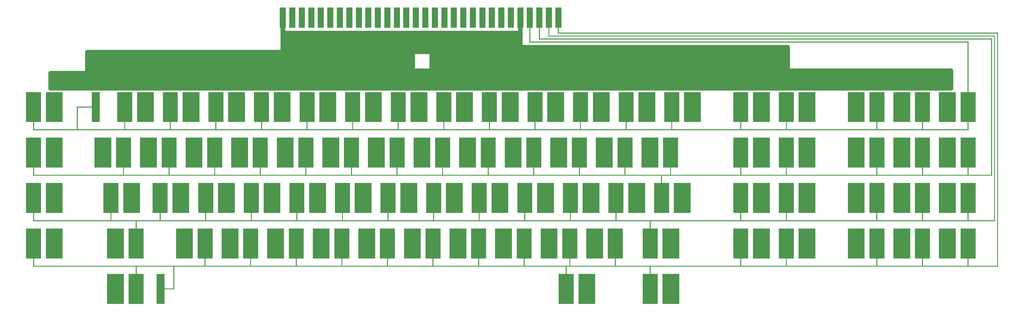
<source format=gbr>
G04 DipTrace 3.1.0.1*
G04 Top.gbr*
%MOMM*%
G04 #@! TF.FileFunction,Copper,L1,Top*
G04 #@! TF.Part,Single*
G04 #@! TA.AperFunction,ComponentPad*
%ADD14R,2.6X8.5*%
%ADD15C,1.4*%
%FSLAX35Y35*%
G04*
G71*
G90*
G75*
G01*
G04 Top*
%LPD*%
D14*
X15216000Y14800000D3*
X12840000D3*
X16404000D3*
X16800000D3*
X13236000D3*
X17196000D3*
X19572000D3*
X16008000D3*
X14028000D3*
X15612000D3*
X13632000D3*
X20364000D3*
X14424000D3*
X19968000D3*
X17592000D3*
X17988000D3*
X14820000D3*
X19176000D3*
X21552000D3*
X22740000D3*
X18780000D3*
X18384000D3*
X21948000D3*
X21156000D3*
X20760000D3*
X23136000D3*
X23532000D3*
X22344000D3*
X24324000D3*
X23928000D3*
X15216000D3*
X12840000D3*
X16800000D3*
X16404000D3*
X13236000D3*
X17196000D3*
X19572000D3*
X16008000D3*
X14028000D3*
X15612000D3*
X13632000D3*
X17988000D3*
X19968000D3*
X20364000D3*
X17592000D3*
X14424000D3*
X19176000D3*
X14820000D3*
X22740000D3*
X21552000D3*
X18384000D3*
X21948000D3*
X18780000D3*
X20760000D3*
X23136000D3*
X23532000D3*
X21156000D3*
X22344000D3*
X23928000D3*
X24324000D3*
D15*
X12840000Y14525000D3*
X13236000D3*
X13632000D3*
X14028000D3*
X14424000D3*
X14820000D3*
X15216000D3*
X15612000D3*
X16008000D3*
X16404000D3*
X16800000D3*
X17196000D3*
X17592000D3*
X17988000D3*
X18384000D3*
X18780000D3*
X19176000D3*
X19572000D3*
X19968000D3*
X20364000D3*
X20760000D3*
X21156000D3*
X21552000D3*
X21948000D3*
X22344000D3*
X22740000D3*
X23136000D3*
X23532000D3*
X23928000D3*
X24324000D3*
G36*
X4292000Y11042500D2*
X4881500D1*
Y10437500D1*
X5206500D1*
Y11687500D1*
X4881500D1*
Y11082500D1*
X4252000D1*
Y10132500D1*
X2470000D1*
Y10437500D1*
X2762500D1*
Y11687500D1*
X2137500D1*
Y10437500D1*
X2430000D1*
Y10092500D1*
X41420000D1*
Y10437500D1*
X41712500D1*
Y11687500D1*
X41420000D1*
Y13800000D1*
X23156000D1*
Y14375000D1*
X23116000D1*
Y13760000D1*
X41380000D1*
Y11687500D1*
X41087500D1*
Y10437500D1*
X41380000D1*
Y10132500D1*
X39520000D1*
Y10437500D1*
X39812500D1*
Y11687500D1*
X39187500D1*
Y10437500D1*
X39480000D1*
Y10132500D1*
X37620000D1*
Y10437500D1*
X37912500D1*
Y11687500D1*
X37287500D1*
Y10437500D1*
X37580000D1*
Y10132500D1*
X33845000D1*
Y10437500D1*
X34137500D1*
Y11687500D1*
X33512500D1*
Y10437500D1*
X33805000D1*
Y10132500D1*
X31945000D1*
Y10437500D1*
X32237500D1*
Y11687500D1*
X31612500D1*
Y10437500D1*
X31905000D1*
Y10132500D1*
X29070000D1*
Y10437500D1*
X29362500D1*
Y11687500D1*
X28737500D1*
Y10437500D1*
X29030000D1*
Y10132500D1*
X27170000D1*
Y10437500D1*
X27462500D1*
Y11687500D1*
X26837500D1*
Y10437500D1*
X27130000D1*
Y10132500D1*
X25270000D1*
Y10437500D1*
X25562500D1*
Y11687500D1*
X24937500D1*
Y10437500D1*
X25230000D1*
Y10132500D1*
X23370000D1*
Y10437500D1*
X23662500D1*
Y11687500D1*
X23037500D1*
Y10437500D1*
X23330000D1*
Y10132500D1*
X21470000D1*
Y10437500D1*
X21762500D1*
Y11687500D1*
X21137500D1*
Y10437500D1*
X21430000D1*
Y10132500D1*
X19570000D1*
Y10437500D1*
X19862500D1*
Y11687500D1*
X19237500D1*
Y10437500D1*
X19530000D1*
Y10132500D1*
X17670000D1*
Y10437500D1*
X17962500D1*
Y11687500D1*
X17337500D1*
Y10437500D1*
X17630000D1*
Y10132500D1*
X15770000D1*
Y10437500D1*
X16062500D1*
Y11687500D1*
X15437500D1*
Y10437500D1*
X15730000D1*
Y10132500D1*
X13870000D1*
Y10437500D1*
X14162500D1*
Y11687500D1*
X13537500D1*
Y10437500D1*
X13830000D1*
Y10132500D1*
X11970000D1*
Y10437500D1*
X12262500D1*
Y11687500D1*
X11637500D1*
Y10437500D1*
X11930000D1*
Y10132500D1*
X10070000D1*
Y10437500D1*
X10362500D1*
Y11687500D1*
X9737500D1*
Y10437500D1*
X10030000D1*
Y10132500D1*
X8170000D1*
Y10437500D1*
X8462500D1*
Y11687500D1*
X7837500D1*
Y10437500D1*
X8130000D1*
Y10132500D1*
X6270000D1*
Y10437500D1*
X6562500D1*
Y11687500D1*
X5937500D1*
Y10437500D1*
X6230000D1*
Y10132500D1*
X4292000D1*
Y11042500D1*
G37*
G36*
X7037500Y4087500D2*
X6745000D1*
Y4392500D1*
X8274250D1*
Y3482500D1*
X7907500D1*
Y4087500D1*
X7582500D1*
Y2837500D1*
X7907500D1*
Y3442500D1*
X8314250D1*
Y4392500D1*
X24630000D1*
Y4087500D1*
X24337500D1*
Y2837500D1*
X24962500D1*
Y4087500D1*
X24670000D1*
Y4392500D1*
X28130000D1*
Y4087500D1*
X27837500D1*
Y2837500D1*
X28462500D1*
Y4087500D1*
X28170000D1*
Y4392500D1*
X42650000D1*
Y14175000D1*
X24344000D1*
Y14375000D1*
X24304000D1*
Y14135000D1*
X42610000D1*
Y4432500D1*
X41420000D1*
Y4737500D1*
X41712500D1*
Y5987500D1*
X41087500D1*
Y4737500D1*
X41380000D1*
Y4432500D1*
X39520000D1*
Y4737500D1*
X39812500D1*
Y5987500D1*
X39187500D1*
Y4737500D1*
X39480000D1*
Y4432500D1*
X37620000D1*
Y4737500D1*
X37912500D1*
Y5987500D1*
X37287500D1*
Y4737500D1*
X37580000D1*
Y4432500D1*
X33845000D1*
Y4737500D1*
X34137500D1*
Y5987500D1*
X33512500D1*
Y4737500D1*
X33805000D1*
Y4432500D1*
X31945000D1*
Y4737500D1*
X32237500D1*
Y5987500D1*
X31612500D1*
Y4737500D1*
X31905000D1*
Y4432500D1*
X26720000D1*
Y4737500D1*
X27012500D1*
Y5987500D1*
X26387500D1*
Y4737500D1*
X26680000D1*
Y4432500D1*
X24820000D1*
Y4737500D1*
X25112500D1*
Y5987500D1*
X24487500D1*
Y4737500D1*
X24780000D1*
Y4432500D1*
X22920000D1*
Y4737500D1*
X23212500D1*
Y5987500D1*
X22587500D1*
Y4737500D1*
X22880000D1*
Y4432500D1*
X21020000D1*
Y4737500D1*
X21312500D1*
Y5987500D1*
X20687500D1*
Y4737500D1*
X20980000D1*
Y4432500D1*
X19120000D1*
Y4737500D1*
X19412500D1*
Y5987500D1*
X18787500D1*
Y4737500D1*
X19080000D1*
Y4432500D1*
X17220000D1*
Y4737500D1*
X17512500D1*
Y5987500D1*
X16887500D1*
Y4737500D1*
X17180000D1*
Y4432500D1*
X15320000D1*
Y4737500D1*
X15612500D1*
Y5987500D1*
X14987500D1*
Y4737500D1*
X15280000D1*
Y4432500D1*
X13420000D1*
Y4737500D1*
X13712500D1*
Y5987500D1*
X13087500D1*
Y4737500D1*
X13380000D1*
Y4432500D1*
X11520000D1*
Y4737500D1*
X11812500D1*
Y5987500D1*
X11187500D1*
Y4737500D1*
X11480000D1*
Y4432500D1*
X9620000D1*
Y4737500D1*
X9912500D1*
Y5987500D1*
X9287500D1*
Y4737500D1*
X9580000D1*
Y4432500D1*
X2470000D1*
Y4737500D1*
X2762500D1*
Y5987500D1*
X2137500D1*
Y4737500D1*
X2430000D1*
Y4392500D1*
X6705000D1*
Y4087500D1*
X6412500D1*
Y2837500D1*
X7037500D1*
Y4087500D1*
G37*
G36*
X42525000Y6292500D2*
Y13850000D1*
Y14050000D1*
X23948000D1*
Y14375000D1*
X23908000D1*
Y14010000D1*
X42485000D1*
Y6332500D1*
X41420000D1*
Y6637500D1*
X41712500D1*
Y7887500D1*
X41087500D1*
Y6637500D1*
X41380000D1*
Y6332500D1*
X39520000D1*
Y6637500D1*
X39812500D1*
Y7887500D1*
X39187500D1*
Y6637500D1*
X39480000D1*
Y6332500D1*
X37620000D1*
Y6637500D1*
X37912500D1*
Y7887500D1*
X37287500D1*
Y6637500D1*
X37580000D1*
Y6332500D1*
X33845000D1*
Y6637500D1*
X34137500D1*
Y7887500D1*
X33512500D1*
Y6637500D1*
X33805000D1*
Y6332500D1*
X31945000D1*
Y6637500D1*
X32237500D1*
Y7887500D1*
X31612500D1*
Y6637500D1*
X31905000D1*
Y6332500D1*
X26745000D1*
Y6637500D1*
X27037500D1*
Y7887500D1*
X26412500D1*
Y6637500D1*
X26705000D1*
Y6332500D1*
X24845000D1*
Y6637500D1*
X25137500D1*
Y7887500D1*
X24512500D1*
Y6637500D1*
X24805000D1*
Y6332500D1*
X22945000D1*
Y6637500D1*
X23237500D1*
Y7887500D1*
X22612500D1*
Y6637500D1*
X22905000D1*
Y6332500D1*
X21045000D1*
Y6637500D1*
X21337500D1*
Y7887500D1*
X20712500D1*
Y6637500D1*
X21005000D1*
Y6332500D1*
X19145000D1*
Y6637500D1*
X19437500D1*
Y7887500D1*
X18812500D1*
Y6637500D1*
X19105000D1*
Y6332500D1*
X17245000D1*
Y6637500D1*
X17537500D1*
Y7887500D1*
X16912500D1*
Y6637500D1*
X17205000D1*
Y6332500D1*
X15345000D1*
Y6637500D1*
X15637500D1*
Y7887500D1*
X15012500D1*
Y6637500D1*
X15305000D1*
Y6332500D1*
X13445000D1*
Y6637500D1*
X13737500D1*
Y7887500D1*
X13112500D1*
Y6637500D1*
X13405000D1*
Y6332500D1*
X11545000D1*
Y6637500D1*
X11837500D1*
Y7887500D1*
X11212500D1*
Y6637500D1*
X11505000D1*
Y6332500D1*
X9645000D1*
Y6637500D1*
X9937500D1*
Y7887500D1*
X9312500D1*
Y6637500D1*
X9605000D1*
Y6332500D1*
X7745000D1*
Y6637500D1*
X8037500D1*
Y7887500D1*
X7412500D1*
Y6637500D1*
X7705000D1*
Y6332500D1*
X5695000D1*
Y6637500D1*
X5987500D1*
Y7887500D1*
X5362500D1*
Y6637500D1*
X5655000D1*
Y6332500D1*
X2470000D1*
Y6637500D1*
X2762500D1*
Y7887500D1*
X2137500D1*
Y6637500D1*
X2430000D1*
Y6292500D1*
X6705000D1*
Y5987500D1*
X6412500D1*
Y4737500D1*
X7037500D1*
Y5987500D1*
X6745000D1*
Y6292500D1*
X28130000D1*
Y5987500D1*
X27837500D1*
Y4737500D1*
X28462500D1*
Y5987500D1*
X28170000D1*
Y6292500D1*
X42525000D1*
G37*
G36*
X42400000Y8192500D2*
Y13725000D1*
Y13925000D1*
X23552000D1*
Y14375000D1*
X23512000D1*
Y13885000D1*
X42360000D1*
Y8232500D1*
X41420000D1*
Y8537500D1*
X41712500D1*
Y9787500D1*
X41087500D1*
Y8537500D1*
X41380000D1*
Y8232500D1*
X39520000D1*
Y8537500D1*
X39812500D1*
Y9787500D1*
X39187500D1*
Y8537500D1*
X39480000D1*
Y8232500D1*
X37620000D1*
Y8537500D1*
X37912500D1*
Y9787500D1*
X37287500D1*
Y8537500D1*
X37580000D1*
Y8232500D1*
X33845000D1*
Y8537500D1*
X34137500D1*
Y9787500D1*
X33512500D1*
Y8537500D1*
X33805000D1*
Y8232500D1*
X31945000D1*
Y8537500D1*
X32237500D1*
Y9787500D1*
X31612500D1*
Y8537500D1*
X31905000D1*
Y8232500D1*
X29020000D1*
Y8537500D1*
X29312500D1*
Y9787500D1*
X28687500D1*
Y8537500D1*
X28980000D1*
Y8232500D1*
X27120000D1*
Y8537500D1*
X27412500D1*
Y9787500D1*
X26787500D1*
Y8537500D1*
X27080000D1*
Y8232500D1*
X25220000D1*
Y8537500D1*
X25512500D1*
Y9787500D1*
X24887500D1*
Y8537500D1*
X25180000D1*
Y8232500D1*
X23320000D1*
Y8537500D1*
X23612500D1*
Y9787500D1*
X22987500D1*
Y8537500D1*
X23280000D1*
Y8232500D1*
X21420000D1*
Y8537500D1*
X21712500D1*
Y9787500D1*
X21087500D1*
Y8537500D1*
X21380000D1*
Y8232500D1*
X19520000D1*
Y8537500D1*
X19812500D1*
Y9787500D1*
X19187500D1*
Y8537500D1*
X19480000D1*
Y8232500D1*
X17620000D1*
Y8537500D1*
X17912500D1*
Y9787500D1*
X17287500D1*
Y8537500D1*
X17580000D1*
Y8232500D1*
X15720000D1*
Y8537500D1*
X16012500D1*
Y9787500D1*
X15387500D1*
Y8537500D1*
X15680000D1*
Y8232500D1*
X13820000D1*
Y8537500D1*
X14112500D1*
Y9787500D1*
X13487500D1*
Y8537500D1*
X13780000D1*
Y8232500D1*
X11920000D1*
Y8537500D1*
X12212500D1*
Y9787500D1*
X11587500D1*
Y8537500D1*
X11880000D1*
Y8232500D1*
X10020000D1*
Y8537500D1*
X10312500D1*
Y9787500D1*
X9687500D1*
Y8537500D1*
X9980000D1*
Y8232500D1*
X8120000D1*
Y8537500D1*
X8412500D1*
Y9787500D1*
X7787500D1*
Y8537500D1*
X8080000D1*
Y8232500D1*
X6220000D1*
Y8537500D1*
X6512500D1*
Y9787500D1*
X5887500D1*
Y8537500D1*
X6180000D1*
Y8232500D1*
X2470000D1*
Y8537500D1*
X2762500D1*
Y9787500D1*
X2137500D1*
Y8537500D1*
X2430000D1*
Y8192500D1*
X28605000D1*
Y7887500D1*
X28312500D1*
Y6637500D1*
X28937500D1*
Y7887500D1*
X28645000D1*
Y8192500D1*
X42400000D1*
G37*
G36*
X25162500Y4087500D2*
X25862500D1*
Y2837500D1*
X25162500D1*
Y4087500D1*
G37*
G36*
X19787500Y5987500D2*
X20487500D1*
Y4737500D1*
X19787500D1*
Y5987500D1*
G37*
G36*
X12187500D2*
X12887500D1*
Y4737500D1*
X12187500D1*
Y5987500D1*
G37*
G36*
X5512500D2*
X6212500D1*
Y4737500D1*
X5512500D1*
Y5987500D1*
G37*
G36*
X14487500Y8537500D2*
Y9787500D1*
X15187500D1*
Y8537500D1*
X14487500D1*
G37*
G36*
X40782500Y12584500D2*
X40782000Y12593960D1*
X40780517Y12603317D1*
X40778063Y12612467D1*
X40774667Y12621313D1*
X40770367Y12629753D1*
X40765207Y12637700D1*
X40759247Y12645063D1*
X40752550Y12651763D1*
X40745190Y12657727D1*
X40737247Y12662893D1*
X40728807Y12667197D1*
X40719967Y12670600D1*
X40710817Y12673057D1*
X40701460Y12674547D1*
X40692000Y12675000D1*
X33975000D1*
Y13569500D1*
X33974500Y13578960D1*
X33973017Y13588317D1*
X33970563Y13597467D1*
X33967167Y13606313D1*
X33962867Y13614753D1*
X33957707Y13622700D1*
X33951747Y13630063D1*
X33945050Y13636763D1*
X33937690Y13642727D1*
X33929747Y13647890D1*
X33921307Y13652193D1*
X33912467Y13655593D1*
X33903317Y13658053D1*
X33893960Y13659540D1*
X33884500Y13660000D1*
X22840000D1*
Y14375000D1*
X22640000D1*
Y14250000D1*
X18950000Y13275000D1*
D1*
Y12675000D1*
X18350000D1*
Y13275000D1*
X18950000D1*
X22640000Y14250000D1*
X12940000D1*
Y14375000D1*
X12740000D1*
Y13450000D1*
X4689500D1*
X4680040Y13449507D1*
X4670683Y13448023D1*
X4661533Y13445573D1*
X4652690Y13442180D1*
X4644250Y13437877D1*
X4636307Y13432720D1*
X4628947Y13426757D1*
X4622247Y13420057D1*
X4616287Y13412697D1*
X4611130Y13404750D1*
X4606830Y13396310D1*
X4603437Y13387467D1*
X4600987Y13378317D1*
X4599510Y13368960D1*
X4599000Y13359500D1*
Y12575000D1*
X3158000D1*
X3148540Y12574507D1*
X3139183Y12573023D1*
X3130033Y12570573D1*
X3121190Y12567177D1*
X3112750Y12562877D1*
X3104807Y12557720D1*
X3097447Y12551757D1*
X3090747Y12545057D1*
X3084787Y12537697D1*
X3079630Y12529750D1*
X3075330Y12521310D1*
X3071937Y12512467D1*
X3069487Y12503317D1*
X3068007Y12493960D1*
X3067500Y12484500D1*
Y11841500D1*
X3067993Y11832040D1*
X3069477Y11822683D1*
X3071927Y11813533D1*
X3075323Y11804690D1*
X3079623Y11796250D1*
X3084780Y11788307D1*
X3090743Y11780947D1*
X3097443Y11774247D1*
X3104803Y11768287D1*
X3112750Y11763130D1*
X3121190Y11758830D1*
X3130033Y11755437D1*
X3139183Y11752987D1*
X3148540Y11751507D1*
X3158000Y11751000D1*
X40692000D1*
X40701460Y11751500D1*
X40710817Y11752983D1*
X40719967Y11755437D1*
X40728813Y11758833D1*
X40737253Y11763133D1*
X40745200Y11768293D1*
X40752563Y11774253D1*
X40759263Y11780950D1*
X40765230Y11788310D1*
X40770393Y11796253D1*
X40774697Y11804693D1*
X40778100Y11813533D1*
X40780557Y11822683D1*
X40782047Y11832040D1*
X40782500Y11841500D1*
Y12584500D1*
G37*
G36*
X37087500Y5987500D2*
X36387500D1*
Y4737500D1*
X37087500D1*
Y5987500D1*
G37*
G36*
X38987500D2*
X38287500D1*
Y4737500D1*
X38987500D1*
Y5987500D1*
G37*
G36*
X36387500Y7887500D2*
Y6637500D1*
X37087500D1*
Y7887500D1*
X36387500D1*
G37*
G36*
X38987500D2*
X38287500D1*
Y6637500D1*
X38987500D1*
Y7887500D1*
G37*
G36*
X36387500Y9787500D2*
Y8537500D1*
X37087500D1*
Y9787500D1*
X36387500D1*
G37*
G36*
X38287500D2*
Y8537500D1*
X38987500D1*
Y9787500D1*
X38287500D1*
G37*
G36*
X37087500Y11687500D2*
X36387500D1*
Y10437500D1*
X37087500D1*
Y11687500D1*
G37*
G36*
X38987500Y10437500D2*
Y11687500D1*
X38287500D1*
Y10437500D1*
X38987500D1*
G37*
G36*
X40187500Y7887500D2*
Y6637500D1*
X40887500D1*
Y7887500D1*
X40187500D1*
G37*
G36*
X40887500Y5987500D2*
X40187500D1*
Y4737500D1*
X40887500D1*
Y5987500D1*
G37*
G36*
X40187500Y9787500D2*
Y8537500D1*
X40887500D1*
Y9787500D1*
X40187500D1*
G37*
G36*
X28662500Y5987500D2*
X29362500D1*
Y4737500D1*
X28662500D1*
Y5987500D1*
G37*
G36*
X25487500Y4737500D2*
Y5987500D1*
X26187500D1*
Y4737500D1*
X25487500D1*
G37*
G36*
X24287500Y5987500D2*
Y4737500D1*
X23587500D1*
Y5987500D1*
X24287500D1*
G37*
G36*
X21687500Y4737500D2*
Y5987500D1*
X22387500D1*
Y4737500D1*
X21687500D1*
G37*
G36*
X18587500Y5987500D2*
Y4737500D1*
X17887500D1*
Y5987500D1*
X18587500D1*
G37*
G36*
X15987500Y4737500D2*
Y5987500D1*
X16687500D1*
Y4737500D1*
X15987500D1*
G37*
G36*
X14087500D2*
Y5987500D1*
X14787500D1*
Y4737500D1*
X14087500D1*
G37*
G36*
X10987500Y5987500D2*
Y4737500D1*
X10287500D1*
Y5987500D1*
X10987500D1*
G37*
G36*
X40887500Y11687500D2*
X40187500D1*
Y10437500D1*
X40887500D1*
Y11687500D1*
G37*
G36*
X34337500Y5987500D2*
X35037500D1*
Y4737500D1*
X34337500D1*
Y5987500D1*
G37*
G36*
X33137500Y4737500D2*
X32437500D1*
Y5987500D1*
X33137500D1*
Y4737500D1*
G37*
G36*
X35037500Y7887500D2*
Y6637500D1*
X34337500D1*
Y7887500D1*
X35037500D1*
G37*
G36*
X33137500Y6637500D2*
X32437500D1*
Y7887500D1*
X33137500D1*
Y6637500D1*
G37*
G36*
X35037500Y9787500D2*
Y8537500D1*
X34337500D1*
Y9787500D1*
X35037500D1*
G37*
G36*
X32437500D2*
X33137500D1*
Y8537500D1*
X32437500D1*
Y9787500D1*
G37*
G36*
X34337500Y10437500D2*
Y11687500D1*
X35037500D1*
Y10437500D1*
X34337500D1*
G37*
G36*
X32437500Y11687500D2*
X33137500D1*
Y10437500D1*
X32437500D1*
Y11687500D1*
G37*
G36*
X27937500Y7887500D2*
Y6637500D1*
X27237500D1*
Y7887500D1*
X27937500D1*
G37*
G36*
X26037500D2*
Y6637500D1*
X25337500D1*
Y7887500D1*
X26037500D1*
G37*
G36*
X23437500D2*
X24137500D1*
Y6637500D1*
X23437500D1*
Y7887500D1*
G37*
G36*
X22237500D2*
Y6637500D1*
X21537500D1*
Y7887500D1*
X22237500D1*
G37*
G36*
X20337500D2*
Y6637500D1*
X19637500D1*
Y7887500D1*
X20337500D1*
G37*
G36*
X18437500D2*
Y6637500D1*
X17737500D1*
Y7887500D1*
X18437500D1*
G37*
G36*
X15837500D2*
X16537500D1*
Y6637500D1*
X15837500D1*
Y7887500D1*
G37*
G36*
X13937500D2*
X14637500D1*
Y6637500D1*
X13937500D1*
Y7887500D1*
G37*
G36*
X12737500Y6637500D2*
X12037500D1*
Y7887500D1*
X12737500D1*
Y6637500D1*
G37*
G36*
X10137500Y7887500D2*
X10837500D1*
Y6637500D1*
X10137500D1*
Y7887500D1*
G37*
G36*
X27787500Y8537500D2*
Y9787500D1*
X28487500D1*
Y8537500D1*
X27787500D1*
G37*
G36*
X25887500D2*
Y9787500D1*
X26587500D1*
Y8537500D1*
X25887500D1*
G37*
G36*
X23987500D2*
Y9787500D1*
X24687500D1*
Y8537500D1*
X23987500D1*
G37*
G36*
X22087500D2*
Y9787500D1*
X22787500D1*
Y8537500D1*
X22087500D1*
G37*
G36*
X20187500D2*
Y9787500D1*
X20887500D1*
Y8537500D1*
X20187500D1*
G37*
G36*
X18287500D2*
Y9787500D1*
X18987500D1*
Y8537500D1*
X18287500D1*
G37*
G36*
X16387500D2*
Y9787500D1*
X17087500D1*
Y8537500D1*
X16387500D1*
G37*
G36*
X13287500Y9787500D2*
Y8537500D1*
X12587500D1*
Y9787500D1*
X13287500D1*
G37*
G36*
X11387500D2*
Y8537500D1*
X10687500D1*
Y9787500D1*
X11387500D1*
G37*
G36*
X8787500Y8537500D2*
Y9787500D1*
X9487500D1*
Y8537500D1*
X8787500D1*
G37*
G36*
X6887500D2*
Y9787500D1*
X7587500D1*
Y8537500D1*
X6887500D1*
G37*
G36*
X29562500Y11687500D2*
X30262500D1*
Y10437500D1*
X29562500D1*
Y11687500D1*
G37*
G36*
X27662500D2*
X28362500D1*
Y10437500D1*
X27662500D1*
Y11687500D1*
G37*
G36*
X26462500D2*
Y10437500D1*
X25762500D1*
Y11687500D1*
X26462500D1*
G37*
G36*
X23862500D2*
X24562500D1*
Y10437500D1*
X23862500D1*
Y11687500D1*
G37*
G36*
X21962500D2*
X22662500D1*
Y10437500D1*
X21962500D1*
Y11687500D1*
G37*
G36*
X20762500D2*
Y10437500D1*
X20062500D1*
Y11687500D1*
X20762500D1*
G37*
G36*
X18862500D2*
Y10437500D1*
X18162500D1*
Y11687500D1*
X18862500D1*
G37*
G36*
X16962500D2*
Y10437500D1*
X16262500D1*
Y11687500D1*
X16962500D1*
G37*
G36*
X14362500Y10437500D2*
Y11687500D1*
X15062500D1*
Y10437500D1*
X14362500D1*
G37*
G36*
X12462500Y11687500D2*
X13162500D1*
Y10437500D1*
X12462500D1*
Y11687500D1*
G37*
G36*
X11262500Y10437500D2*
X10562500D1*
Y11687500D1*
X11262500D1*
Y10437500D1*
G37*
G36*
X9362500Y11687500D2*
Y10437500D1*
X8662500D1*
Y11687500D1*
X9362500D1*
G37*
G36*
X29362500Y4087500D2*
Y2837500D1*
X28662500D1*
Y4087500D1*
X29362500D1*
G37*
G36*
X9087500Y5987500D2*
Y4737500D1*
X8387500D1*
Y5987500D1*
X9087500D1*
G37*
G36*
X29837500Y7887500D2*
Y6637500D1*
X29137500D1*
Y7887500D1*
X29837500D1*
G37*
G36*
X8237500D2*
X8937500D1*
Y6637500D1*
X8237500D1*
Y7887500D1*
G37*
G36*
X6212500Y4087500D2*
X5512500D1*
Y2837500D1*
X6212500D1*
Y4087500D1*
G37*
G36*
X4987500Y8537500D2*
Y9787500D1*
X5687500D1*
Y8537500D1*
X4987500D1*
G37*
G36*
X2962500Y11687500D2*
X3662500D1*
Y10437500D1*
X2962500D1*
Y11687500D1*
G37*
G36*
Y9787500D2*
X3662500D1*
Y8537500D1*
X2962500D1*
Y9787500D1*
G37*
G36*
Y6637500D2*
Y7887500D1*
X3662500D1*
Y6637500D1*
X2962500D1*
G37*
G36*
X3662500Y5987500D2*
Y4737500D1*
X2962500D1*
Y5987500D1*
X3662500D1*
G37*
G36*
X6762500Y11687500D2*
X7462500D1*
Y10437500D1*
X6762500D1*
Y11687500D1*
G37*
G36*
X6187500Y7887500D2*
X6887500D1*
Y6637500D1*
X6187500D1*
Y7887500D1*
G37*
M02*

</source>
